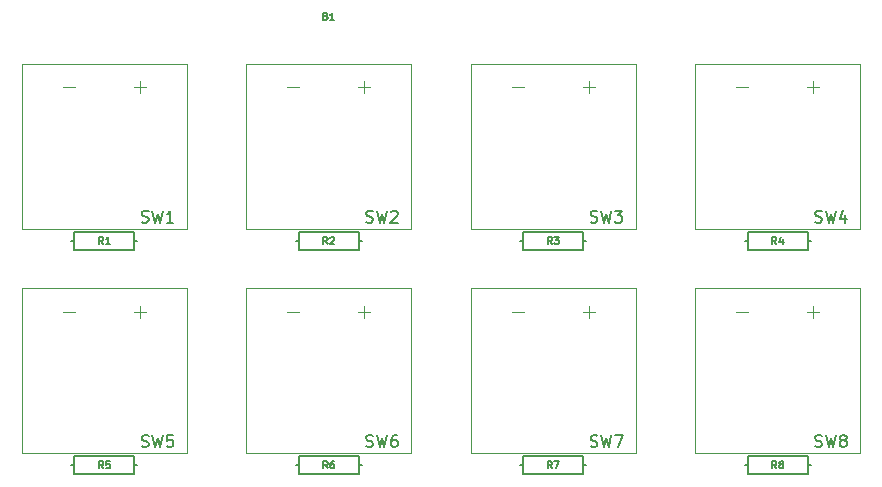
<source format=gbr>
G04 #@! TF.GenerationSoftware,KiCad,Pcbnew,5.1.2-f72e74a~84~ubuntu18.04.1*
G04 #@! TF.CreationDate,2019-06-08T16:05:02-04:00*
G04 #@! TF.ProjectId,8_key_simple,385f6b65-795f-4736-996d-706c652e6b69,rev?*
G04 #@! TF.SameCoordinates,Original*
G04 #@! TF.FileFunction,Legend,Top*
G04 #@! TF.FilePolarity,Positive*
%FSLAX46Y46*%
G04 Gerber Fmt 4.6, Leading zero omitted, Abs format (unit mm)*
G04 Created by KiCad (PCBNEW 5.1.2-f72e74a~84~ubuntu18.04.1) date 2019-06-08 16:05:02*
%MOMM*%
%LPD*%
G04 APERTURE LIST*
%ADD10C,0.203200*%
%ADD11C,0.120000*%
%ADD12C,0.127000*%
%ADD13C,0.150000*%
G04 APERTURE END LIST*
D10*
X160460000Y-98000000D02*
X160206000Y-98000000D01*
X165540000Y-98000000D02*
X165794000Y-98000000D01*
X160460000Y-98000000D02*
X160460000Y-97238000D01*
X160460000Y-98762000D02*
X160460000Y-98000000D01*
X165540000Y-98762000D02*
X160460000Y-98762000D01*
X165540000Y-98000000D02*
X165540000Y-98762000D01*
X165540000Y-97238000D02*
X165540000Y-98000000D01*
X160460000Y-97238000D02*
X165540000Y-97238000D01*
D11*
X166000000Y-85500000D02*
X166000000Y-84500000D01*
X166500000Y-85000000D02*
X165500000Y-85000000D01*
X160500000Y-85000000D02*
X159500000Y-85000000D01*
X156000000Y-83000000D02*
X170000000Y-83000000D01*
X156000000Y-97000000D02*
X156000000Y-83000000D01*
X170000000Y-83000000D02*
X170000000Y-97000000D01*
X170000000Y-97000000D02*
X156000000Y-97000000D01*
X185000000Y-104500000D02*
X185000000Y-103500000D01*
X185500000Y-104000000D02*
X184500000Y-104000000D01*
X179500000Y-104000000D02*
X178500000Y-104000000D01*
X175000000Y-102000000D02*
X189000000Y-102000000D01*
X175000000Y-116000000D02*
X175000000Y-102000000D01*
X189000000Y-102000000D02*
X189000000Y-116000000D01*
X189000000Y-116000000D02*
X175000000Y-116000000D01*
D10*
X141460000Y-117000000D02*
X141206000Y-117000000D01*
X146540000Y-117000000D02*
X146794000Y-117000000D01*
X141460000Y-117000000D02*
X141460000Y-116238000D01*
X141460000Y-117762000D02*
X141460000Y-117000000D01*
X146540000Y-117762000D02*
X141460000Y-117762000D01*
X146540000Y-117000000D02*
X146540000Y-117762000D01*
X146540000Y-116238000D02*
X146540000Y-117000000D01*
X141460000Y-116238000D02*
X146540000Y-116238000D01*
D11*
X185000000Y-85500000D02*
X185000000Y-84500000D01*
X185500000Y-85000000D02*
X184500000Y-85000000D01*
X179500000Y-85000000D02*
X178500000Y-85000000D01*
X175000000Y-83000000D02*
X189000000Y-83000000D01*
X175000000Y-97000000D02*
X175000000Y-83000000D01*
X189000000Y-83000000D02*
X189000000Y-97000000D01*
X189000000Y-97000000D02*
X175000000Y-97000000D01*
D10*
X141460000Y-98000000D02*
X141206000Y-98000000D01*
X146540000Y-98000000D02*
X146794000Y-98000000D01*
X141460000Y-98000000D02*
X141460000Y-97238000D01*
X141460000Y-98762000D02*
X141460000Y-98000000D01*
X146540000Y-98762000D02*
X141460000Y-98762000D01*
X146540000Y-98000000D02*
X146540000Y-98762000D01*
X146540000Y-97238000D02*
X146540000Y-98000000D01*
X141460000Y-97238000D02*
X146540000Y-97238000D01*
X179460000Y-98000000D02*
X179206000Y-98000000D01*
X184540000Y-98000000D02*
X184794000Y-98000000D01*
X179460000Y-98000000D02*
X179460000Y-97238000D01*
X179460000Y-98762000D02*
X179460000Y-98000000D01*
X184540000Y-98762000D02*
X179460000Y-98762000D01*
X184540000Y-98000000D02*
X184540000Y-98762000D01*
X184540000Y-97238000D02*
X184540000Y-98000000D01*
X179460000Y-97238000D02*
X184540000Y-97238000D01*
D11*
X147000000Y-104500000D02*
X147000000Y-103500000D01*
X147500000Y-104000000D02*
X146500000Y-104000000D01*
X141500000Y-104000000D02*
X140500000Y-104000000D01*
X137000000Y-102000000D02*
X151000000Y-102000000D01*
X137000000Y-116000000D02*
X137000000Y-102000000D01*
X151000000Y-102000000D02*
X151000000Y-116000000D01*
X151000000Y-116000000D02*
X137000000Y-116000000D01*
D10*
X122460000Y-98000000D02*
X122206000Y-98000000D01*
X127540000Y-98000000D02*
X127794000Y-98000000D01*
X122460000Y-98000000D02*
X122460000Y-97238000D01*
X122460000Y-98762000D02*
X122460000Y-98000000D01*
X127540000Y-98762000D02*
X122460000Y-98762000D01*
X127540000Y-98000000D02*
X127540000Y-98762000D01*
X127540000Y-97238000D02*
X127540000Y-98000000D01*
X122460000Y-97238000D02*
X127540000Y-97238000D01*
X122460000Y-117000000D02*
X122206000Y-117000000D01*
X127540000Y-117000000D02*
X127794000Y-117000000D01*
X122460000Y-117000000D02*
X122460000Y-116238000D01*
X122460000Y-117762000D02*
X122460000Y-117000000D01*
X127540000Y-117762000D02*
X122460000Y-117762000D01*
X127540000Y-117000000D02*
X127540000Y-117762000D01*
X127540000Y-116238000D02*
X127540000Y-117000000D01*
X122460000Y-116238000D02*
X127540000Y-116238000D01*
D11*
X128000000Y-104500000D02*
X128000000Y-103500000D01*
X128500000Y-104000000D02*
X127500000Y-104000000D01*
X122500000Y-104000000D02*
X121500000Y-104000000D01*
X118000000Y-102000000D02*
X132000000Y-102000000D01*
X118000000Y-116000000D02*
X118000000Y-102000000D01*
X132000000Y-102000000D02*
X132000000Y-116000000D01*
X132000000Y-116000000D02*
X118000000Y-116000000D01*
X147000000Y-85500000D02*
X147000000Y-84500000D01*
X147500000Y-85000000D02*
X146500000Y-85000000D01*
X141500000Y-85000000D02*
X140500000Y-85000000D01*
X137000000Y-83000000D02*
X151000000Y-83000000D01*
X137000000Y-97000000D02*
X137000000Y-83000000D01*
X151000000Y-83000000D02*
X151000000Y-97000000D01*
X151000000Y-97000000D02*
X137000000Y-97000000D01*
X166000000Y-104500000D02*
X166000000Y-103500000D01*
X166500000Y-104000000D02*
X165500000Y-104000000D01*
X160500000Y-104000000D02*
X159500000Y-104000000D01*
X156000000Y-102000000D02*
X170000000Y-102000000D01*
X156000000Y-116000000D02*
X156000000Y-102000000D01*
X170000000Y-102000000D02*
X170000000Y-116000000D01*
X170000000Y-116000000D02*
X156000000Y-116000000D01*
D10*
X179460000Y-117000000D02*
X179206000Y-117000000D01*
X184540000Y-117000000D02*
X184794000Y-117000000D01*
X179460000Y-117000000D02*
X179460000Y-116238000D01*
X179460000Y-117762000D02*
X179460000Y-117000000D01*
X184540000Y-117762000D02*
X179460000Y-117762000D01*
X184540000Y-117000000D02*
X184540000Y-117762000D01*
X184540000Y-116238000D02*
X184540000Y-117000000D01*
X179460000Y-116238000D02*
X184540000Y-116238000D01*
D11*
X128000000Y-85500000D02*
X128000000Y-84500000D01*
X128500000Y-85000000D02*
X127500000Y-85000000D01*
X122500000Y-85000000D02*
X121500000Y-85000000D01*
X118000000Y-83000000D02*
X132000000Y-83000000D01*
X118000000Y-97000000D02*
X118000000Y-83000000D01*
X132000000Y-83000000D02*
X132000000Y-97000000D01*
X132000000Y-97000000D02*
X118000000Y-97000000D01*
D10*
X160460000Y-117000000D02*
X160206000Y-117000000D01*
X165540000Y-117000000D02*
X165794000Y-117000000D01*
X160460000Y-117000000D02*
X160460000Y-116238000D01*
X160460000Y-117762000D02*
X160460000Y-117000000D01*
X165540000Y-117762000D02*
X160460000Y-117762000D01*
X165540000Y-117000000D02*
X165540000Y-117762000D01*
X165540000Y-116238000D02*
X165540000Y-117000000D01*
X160460000Y-116238000D02*
X165540000Y-116238000D01*
D12*
X143753257Y-78966457D02*
X143840342Y-78995485D01*
X143869371Y-79024514D01*
X143898400Y-79082571D01*
X143898400Y-79169657D01*
X143869371Y-79227714D01*
X143840342Y-79256742D01*
X143782285Y-79285771D01*
X143550057Y-79285771D01*
X143550057Y-78676171D01*
X143753257Y-78676171D01*
X143811314Y-78705200D01*
X143840342Y-78734228D01*
X143869371Y-78792285D01*
X143869371Y-78850342D01*
X143840342Y-78908400D01*
X143811314Y-78937428D01*
X143753257Y-78966457D01*
X143550057Y-78966457D01*
X144478971Y-79285771D02*
X144130628Y-79285771D01*
X144304800Y-79285771D02*
X144304800Y-78676171D01*
X144246742Y-78763257D01*
X144188685Y-78821314D01*
X144130628Y-78850342D01*
X162898400Y-98275771D02*
X162695200Y-97985485D01*
X162550057Y-98275771D02*
X162550057Y-97666171D01*
X162782285Y-97666171D01*
X162840342Y-97695200D01*
X162869371Y-97724228D01*
X162898400Y-97782285D01*
X162898400Y-97869371D01*
X162869371Y-97927428D01*
X162840342Y-97956457D01*
X162782285Y-97985485D01*
X162550057Y-97985485D01*
X163101600Y-97666171D02*
X163478971Y-97666171D01*
X163275771Y-97898400D01*
X163362857Y-97898400D01*
X163420914Y-97927428D01*
X163449942Y-97956457D01*
X163478971Y-98014514D01*
X163478971Y-98159657D01*
X163449942Y-98217714D01*
X163420914Y-98246742D01*
X163362857Y-98275771D01*
X163188685Y-98275771D01*
X163130628Y-98246742D01*
X163101600Y-98217714D01*
D13*
X166166666Y-96404761D02*
X166309523Y-96452380D01*
X166547619Y-96452380D01*
X166642857Y-96404761D01*
X166690476Y-96357142D01*
X166738095Y-96261904D01*
X166738095Y-96166666D01*
X166690476Y-96071428D01*
X166642857Y-96023809D01*
X166547619Y-95976190D01*
X166357142Y-95928571D01*
X166261904Y-95880952D01*
X166214285Y-95833333D01*
X166166666Y-95738095D01*
X166166666Y-95642857D01*
X166214285Y-95547619D01*
X166261904Y-95500000D01*
X166357142Y-95452380D01*
X166595238Y-95452380D01*
X166738095Y-95500000D01*
X167071428Y-95452380D02*
X167309523Y-96452380D01*
X167500000Y-95738095D01*
X167690476Y-96452380D01*
X167928571Y-95452380D01*
X168214285Y-95452380D02*
X168833333Y-95452380D01*
X168500000Y-95833333D01*
X168642857Y-95833333D01*
X168738095Y-95880952D01*
X168785714Y-95928571D01*
X168833333Y-96023809D01*
X168833333Y-96261904D01*
X168785714Y-96357142D01*
X168738095Y-96404761D01*
X168642857Y-96452380D01*
X168357142Y-96452380D01*
X168261904Y-96404761D01*
X168214285Y-96357142D01*
X185166666Y-115404761D02*
X185309523Y-115452380D01*
X185547619Y-115452380D01*
X185642857Y-115404761D01*
X185690476Y-115357142D01*
X185738095Y-115261904D01*
X185738095Y-115166666D01*
X185690476Y-115071428D01*
X185642857Y-115023809D01*
X185547619Y-114976190D01*
X185357142Y-114928571D01*
X185261904Y-114880952D01*
X185214285Y-114833333D01*
X185166666Y-114738095D01*
X185166666Y-114642857D01*
X185214285Y-114547619D01*
X185261904Y-114500000D01*
X185357142Y-114452380D01*
X185595238Y-114452380D01*
X185738095Y-114500000D01*
X186071428Y-114452380D02*
X186309523Y-115452380D01*
X186500000Y-114738095D01*
X186690476Y-115452380D01*
X186928571Y-114452380D01*
X187452380Y-114880952D02*
X187357142Y-114833333D01*
X187309523Y-114785714D01*
X187261904Y-114690476D01*
X187261904Y-114642857D01*
X187309523Y-114547619D01*
X187357142Y-114500000D01*
X187452380Y-114452380D01*
X187642857Y-114452380D01*
X187738095Y-114500000D01*
X187785714Y-114547619D01*
X187833333Y-114642857D01*
X187833333Y-114690476D01*
X187785714Y-114785714D01*
X187738095Y-114833333D01*
X187642857Y-114880952D01*
X187452380Y-114880952D01*
X187357142Y-114928571D01*
X187309523Y-114976190D01*
X187261904Y-115071428D01*
X187261904Y-115261904D01*
X187309523Y-115357142D01*
X187357142Y-115404761D01*
X187452380Y-115452380D01*
X187642857Y-115452380D01*
X187738095Y-115404761D01*
X187785714Y-115357142D01*
X187833333Y-115261904D01*
X187833333Y-115071428D01*
X187785714Y-114976190D01*
X187738095Y-114928571D01*
X187642857Y-114880952D01*
D12*
X143898400Y-117275771D02*
X143695200Y-116985485D01*
X143550057Y-117275771D02*
X143550057Y-116666171D01*
X143782285Y-116666171D01*
X143840342Y-116695200D01*
X143869371Y-116724228D01*
X143898400Y-116782285D01*
X143898400Y-116869371D01*
X143869371Y-116927428D01*
X143840342Y-116956457D01*
X143782285Y-116985485D01*
X143550057Y-116985485D01*
X144420914Y-116666171D02*
X144304800Y-116666171D01*
X144246742Y-116695200D01*
X144217714Y-116724228D01*
X144159657Y-116811314D01*
X144130628Y-116927428D01*
X144130628Y-117159657D01*
X144159657Y-117217714D01*
X144188685Y-117246742D01*
X144246742Y-117275771D01*
X144362857Y-117275771D01*
X144420914Y-117246742D01*
X144449942Y-117217714D01*
X144478971Y-117159657D01*
X144478971Y-117014514D01*
X144449942Y-116956457D01*
X144420914Y-116927428D01*
X144362857Y-116898400D01*
X144246742Y-116898400D01*
X144188685Y-116927428D01*
X144159657Y-116956457D01*
X144130628Y-117014514D01*
D13*
X185166666Y-96404761D02*
X185309523Y-96452380D01*
X185547619Y-96452380D01*
X185642857Y-96404761D01*
X185690476Y-96357142D01*
X185738095Y-96261904D01*
X185738095Y-96166666D01*
X185690476Y-96071428D01*
X185642857Y-96023809D01*
X185547619Y-95976190D01*
X185357142Y-95928571D01*
X185261904Y-95880952D01*
X185214285Y-95833333D01*
X185166666Y-95738095D01*
X185166666Y-95642857D01*
X185214285Y-95547619D01*
X185261904Y-95500000D01*
X185357142Y-95452380D01*
X185595238Y-95452380D01*
X185738095Y-95500000D01*
X186071428Y-95452380D02*
X186309523Y-96452380D01*
X186500000Y-95738095D01*
X186690476Y-96452380D01*
X186928571Y-95452380D01*
X187738095Y-95785714D02*
X187738095Y-96452380D01*
X187500000Y-95404761D02*
X187261904Y-96119047D01*
X187880952Y-96119047D01*
D12*
X143898400Y-98275771D02*
X143695200Y-97985485D01*
X143550057Y-98275771D02*
X143550057Y-97666171D01*
X143782285Y-97666171D01*
X143840342Y-97695200D01*
X143869371Y-97724228D01*
X143898400Y-97782285D01*
X143898400Y-97869371D01*
X143869371Y-97927428D01*
X143840342Y-97956457D01*
X143782285Y-97985485D01*
X143550057Y-97985485D01*
X144130628Y-97724228D02*
X144159657Y-97695200D01*
X144217714Y-97666171D01*
X144362857Y-97666171D01*
X144420914Y-97695200D01*
X144449942Y-97724228D01*
X144478971Y-97782285D01*
X144478971Y-97840342D01*
X144449942Y-97927428D01*
X144101600Y-98275771D01*
X144478971Y-98275771D01*
X181898400Y-98275771D02*
X181695200Y-97985485D01*
X181550057Y-98275771D02*
X181550057Y-97666171D01*
X181782285Y-97666171D01*
X181840342Y-97695200D01*
X181869371Y-97724228D01*
X181898400Y-97782285D01*
X181898400Y-97869371D01*
X181869371Y-97927428D01*
X181840342Y-97956457D01*
X181782285Y-97985485D01*
X181550057Y-97985485D01*
X182420914Y-97869371D02*
X182420914Y-98275771D01*
X182275771Y-97637142D02*
X182130628Y-98072571D01*
X182508000Y-98072571D01*
D13*
X147166666Y-115404761D02*
X147309523Y-115452380D01*
X147547619Y-115452380D01*
X147642857Y-115404761D01*
X147690476Y-115357142D01*
X147738095Y-115261904D01*
X147738095Y-115166666D01*
X147690476Y-115071428D01*
X147642857Y-115023809D01*
X147547619Y-114976190D01*
X147357142Y-114928571D01*
X147261904Y-114880952D01*
X147214285Y-114833333D01*
X147166666Y-114738095D01*
X147166666Y-114642857D01*
X147214285Y-114547619D01*
X147261904Y-114500000D01*
X147357142Y-114452380D01*
X147595238Y-114452380D01*
X147738095Y-114500000D01*
X148071428Y-114452380D02*
X148309523Y-115452380D01*
X148500000Y-114738095D01*
X148690476Y-115452380D01*
X148928571Y-114452380D01*
X149738095Y-114452380D02*
X149547619Y-114452380D01*
X149452380Y-114500000D01*
X149404761Y-114547619D01*
X149309523Y-114690476D01*
X149261904Y-114880952D01*
X149261904Y-115261904D01*
X149309523Y-115357142D01*
X149357142Y-115404761D01*
X149452380Y-115452380D01*
X149642857Y-115452380D01*
X149738095Y-115404761D01*
X149785714Y-115357142D01*
X149833333Y-115261904D01*
X149833333Y-115023809D01*
X149785714Y-114928571D01*
X149738095Y-114880952D01*
X149642857Y-114833333D01*
X149452380Y-114833333D01*
X149357142Y-114880952D01*
X149309523Y-114928571D01*
X149261904Y-115023809D01*
D12*
X124898400Y-98275771D02*
X124695200Y-97985485D01*
X124550057Y-98275771D02*
X124550057Y-97666171D01*
X124782285Y-97666171D01*
X124840342Y-97695200D01*
X124869371Y-97724228D01*
X124898400Y-97782285D01*
X124898400Y-97869371D01*
X124869371Y-97927428D01*
X124840342Y-97956457D01*
X124782285Y-97985485D01*
X124550057Y-97985485D01*
X125478971Y-98275771D02*
X125130628Y-98275771D01*
X125304800Y-98275771D02*
X125304800Y-97666171D01*
X125246742Y-97753257D01*
X125188685Y-97811314D01*
X125130628Y-97840342D01*
X124898400Y-117275771D02*
X124695200Y-116985485D01*
X124550057Y-117275771D02*
X124550057Y-116666171D01*
X124782285Y-116666171D01*
X124840342Y-116695200D01*
X124869371Y-116724228D01*
X124898400Y-116782285D01*
X124898400Y-116869371D01*
X124869371Y-116927428D01*
X124840342Y-116956457D01*
X124782285Y-116985485D01*
X124550057Y-116985485D01*
X125449942Y-116666171D02*
X125159657Y-116666171D01*
X125130628Y-116956457D01*
X125159657Y-116927428D01*
X125217714Y-116898400D01*
X125362857Y-116898400D01*
X125420914Y-116927428D01*
X125449942Y-116956457D01*
X125478971Y-117014514D01*
X125478971Y-117159657D01*
X125449942Y-117217714D01*
X125420914Y-117246742D01*
X125362857Y-117275771D01*
X125217714Y-117275771D01*
X125159657Y-117246742D01*
X125130628Y-117217714D01*
D13*
X128166666Y-115404761D02*
X128309523Y-115452380D01*
X128547619Y-115452380D01*
X128642857Y-115404761D01*
X128690476Y-115357142D01*
X128738095Y-115261904D01*
X128738095Y-115166666D01*
X128690476Y-115071428D01*
X128642857Y-115023809D01*
X128547619Y-114976190D01*
X128357142Y-114928571D01*
X128261904Y-114880952D01*
X128214285Y-114833333D01*
X128166666Y-114738095D01*
X128166666Y-114642857D01*
X128214285Y-114547619D01*
X128261904Y-114500000D01*
X128357142Y-114452380D01*
X128595238Y-114452380D01*
X128738095Y-114500000D01*
X129071428Y-114452380D02*
X129309523Y-115452380D01*
X129500000Y-114738095D01*
X129690476Y-115452380D01*
X129928571Y-114452380D01*
X130785714Y-114452380D02*
X130309523Y-114452380D01*
X130261904Y-114928571D01*
X130309523Y-114880952D01*
X130404761Y-114833333D01*
X130642857Y-114833333D01*
X130738095Y-114880952D01*
X130785714Y-114928571D01*
X130833333Y-115023809D01*
X130833333Y-115261904D01*
X130785714Y-115357142D01*
X130738095Y-115404761D01*
X130642857Y-115452380D01*
X130404761Y-115452380D01*
X130309523Y-115404761D01*
X130261904Y-115357142D01*
X147166666Y-96404761D02*
X147309523Y-96452380D01*
X147547619Y-96452380D01*
X147642857Y-96404761D01*
X147690476Y-96357142D01*
X147738095Y-96261904D01*
X147738095Y-96166666D01*
X147690476Y-96071428D01*
X147642857Y-96023809D01*
X147547619Y-95976190D01*
X147357142Y-95928571D01*
X147261904Y-95880952D01*
X147214285Y-95833333D01*
X147166666Y-95738095D01*
X147166666Y-95642857D01*
X147214285Y-95547619D01*
X147261904Y-95500000D01*
X147357142Y-95452380D01*
X147595238Y-95452380D01*
X147738095Y-95500000D01*
X148071428Y-95452380D02*
X148309523Y-96452380D01*
X148500000Y-95738095D01*
X148690476Y-96452380D01*
X148928571Y-95452380D01*
X149261904Y-95547619D02*
X149309523Y-95500000D01*
X149404761Y-95452380D01*
X149642857Y-95452380D01*
X149738095Y-95500000D01*
X149785714Y-95547619D01*
X149833333Y-95642857D01*
X149833333Y-95738095D01*
X149785714Y-95880952D01*
X149214285Y-96452380D01*
X149833333Y-96452380D01*
X166166666Y-115404761D02*
X166309523Y-115452380D01*
X166547619Y-115452380D01*
X166642857Y-115404761D01*
X166690476Y-115357142D01*
X166738095Y-115261904D01*
X166738095Y-115166666D01*
X166690476Y-115071428D01*
X166642857Y-115023809D01*
X166547619Y-114976190D01*
X166357142Y-114928571D01*
X166261904Y-114880952D01*
X166214285Y-114833333D01*
X166166666Y-114738095D01*
X166166666Y-114642857D01*
X166214285Y-114547619D01*
X166261904Y-114500000D01*
X166357142Y-114452380D01*
X166595238Y-114452380D01*
X166738095Y-114500000D01*
X167071428Y-114452380D02*
X167309523Y-115452380D01*
X167500000Y-114738095D01*
X167690476Y-115452380D01*
X167928571Y-114452380D01*
X168214285Y-114452380D02*
X168880952Y-114452380D01*
X168452380Y-115452380D01*
D12*
X181898400Y-117275771D02*
X181695200Y-116985485D01*
X181550057Y-117275771D02*
X181550057Y-116666171D01*
X181782285Y-116666171D01*
X181840342Y-116695200D01*
X181869371Y-116724228D01*
X181898400Y-116782285D01*
X181898400Y-116869371D01*
X181869371Y-116927428D01*
X181840342Y-116956457D01*
X181782285Y-116985485D01*
X181550057Y-116985485D01*
X182246742Y-116927428D02*
X182188685Y-116898400D01*
X182159657Y-116869371D01*
X182130628Y-116811314D01*
X182130628Y-116782285D01*
X182159657Y-116724228D01*
X182188685Y-116695200D01*
X182246742Y-116666171D01*
X182362857Y-116666171D01*
X182420914Y-116695200D01*
X182449942Y-116724228D01*
X182478971Y-116782285D01*
X182478971Y-116811314D01*
X182449942Y-116869371D01*
X182420914Y-116898400D01*
X182362857Y-116927428D01*
X182246742Y-116927428D01*
X182188685Y-116956457D01*
X182159657Y-116985485D01*
X182130628Y-117043542D01*
X182130628Y-117159657D01*
X182159657Y-117217714D01*
X182188685Y-117246742D01*
X182246742Y-117275771D01*
X182362857Y-117275771D01*
X182420914Y-117246742D01*
X182449942Y-117217714D01*
X182478971Y-117159657D01*
X182478971Y-117043542D01*
X182449942Y-116985485D01*
X182420914Y-116956457D01*
X182362857Y-116927428D01*
D13*
X128166666Y-96404761D02*
X128309523Y-96452380D01*
X128547619Y-96452380D01*
X128642857Y-96404761D01*
X128690476Y-96357142D01*
X128738095Y-96261904D01*
X128738095Y-96166666D01*
X128690476Y-96071428D01*
X128642857Y-96023809D01*
X128547619Y-95976190D01*
X128357142Y-95928571D01*
X128261904Y-95880952D01*
X128214285Y-95833333D01*
X128166666Y-95738095D01*
X128166666Y-95642857D01*
X128214285Y-95547619D01*
X128261904Y-95500000D01*
X128357142Y-95452380D01*
X128595238Y-95452380D01*
X128738095Y-95500000D01*
X129071428Y-95452380D02*
X129309523Y-96452380D01*
X129500000Y-95738095D01*
X129690476Y-96452380D01*
X129928571Y-95452380D01*
X130833333Y-96452380D02*
X130261904Y-96452380D01*
X130547619Y-96452380D02*
X130547619Y-95452380D01*
X130452380Y-95595238D01*
X130357142Y-95690476D01*
X130261904Y-95738095D01*
D12*
X162898400Y-117275771D02*
X162695200Y-116985485D01*
X162550057Y-117275771D02*
X162550057Y-116666171D01*
X162782285Y-116666171D01*
X162840342Y-116695200D01*
X162869371Y-116724228D01*
X162898400Y-116782285D01*
X162898400Y-116869371D01*
X162869371Y-116927428D01*
X162840342Y-116956457D01*
X162782285Y-116985485D01*
X162550057Y-116985485D01*
X163101600Y-116666171D02*
X163508000Y-116666171D01*
X163246742Y-117275771D01*
M02*

</source>
